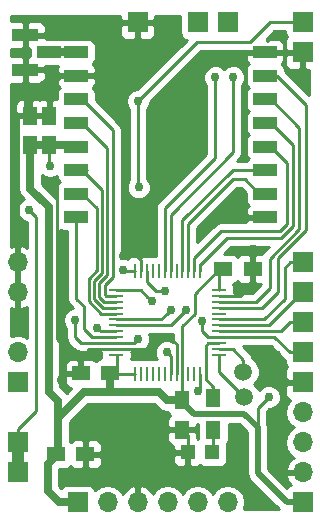
<source format=gtl>
G04 #@! TF.FileFunction,Copper,L1,Top,Signal*
%FSLAX46Y46*%
G04 Gerber Fmt 4.6, Leading zero omitted, Abs format (unit mm)*
G04 Created by KiCad (PCBNEW 4.0.6) date Monday, 07 August 2017 'PMt' 13:26:33*
%MOMM*%
%LPD*%
G01*
G04 APERTURE LIST*
%ADD10C,0.101600*%
%ADD11R,0.250000X1.300000*%
%ADD12R,1.300000X0.250000*%
%ADD13R,1.700000X1.700000*%
%ADD14O,1.700000X1.700000*%
%ADD15R,2.000000X1.000000*%
%ADD16R,1.500000X1.250000*%
%ADD17R,1.250000X1.500000*%
%ADD18R,1.300000X1.500000*%
%ADD19R,1.198880X1.198880*%
%ADD20R,2.200000X1.050000*%
%ADD21C,1.500000*%
%ADD22C,0.762000*%
%ADD23C,0.254000*%
%ADD24C,0.500000*%
%ADD25C,0.700000*%
%ADD26C,1.000000*%
G04 APERTURE END LIST*
D10*
D11*
X147110000Y-83090000D03*
X147610000Y-83090000D03*
X148110000Y-83090000D03*
X148610000Y-83090000D03*
X149110000Y-83090000D03*
X149610000Y-83090000D03*
X150110000Y-83090000D03*
X150610000Y-83090000D03*
X151110000Y-83090000D03*
X151610000Y-83090000D03*
X152110000Y-83090000D03*
X152610000Y-83090000D03*
D12*
X154210000Y-81490000D03*
X154210000Y-80990000D03*
X154210000Y-80490000D03*
X154210000Y-79990000D03*
X154210000Y-79490000D03*
X154210000Y-78990000D03*
X154210000Y-78490000D03*
X154210000Y-77990000D03*
X154210000Y-77490000D03*
X154210000Y-76990000D03*
X154210000Y-76490000D03*
X154210000Y-75990000D03*
D11*
X152610000Y-74390000D03*
X152110000Y-74390000D03*
X151610000Y-74390000D03*
X151110000Y-74390000D03*
X150610000Y-74390000D03*
X150110000Y-74390000D03*
X149610000Y-74390000D03*
X149110000Y-74390000D03*
X148610000Y-74390000D03*
X148110000Y-74390000D03*
X147610000Y-74390000D03*
X147110000Y-74390000D03*
D12*
X145510000Y-75990000D03*
X145510000Y-76490000D03*
X145510000Y-76990000D03*
X145510000Y-77490000D03*
X145510000Y-77990000D03*
X145510000Y-78490000D03*
X145510000Y-78990000D03*
X145510000Y-79490000D03*
X145510000Y-79990000D03*
X145510000Y-80490000D03*
X145510000Y-80990000D03*
X145510000Y-81490000D03*
D13*
X142240000Y-93980000D03*
D14*
X144780000Y-93980000D03*
X147320000Y-93980000D03*
X149860000Y-93980000D03*
X152400000Y-93980000D03*
X154940000Y-93980000D03*
D15*
X158115000Y-69850000D03*
X158115000Y-67850000D03*
X158115000Y-65850000D03*
X158115000Y-63850000D03*
X158115000Y-61850000D03*
X158115000Y-59850000D03*
X158115000Y-57850000D03*
X158115000Y-55850000D03*
X142115000Y-55850000D03*
X142115000Y-57850000D03*
X142115000Y-59850000D03*
X142115000Y-61850000D03*
X142115000Y-63850000D03*
X142115000Y-65850000D03*
X142115000Y-67850000D03*
X142115000Y-69850000D03*
D16*
X154550000Y-74200000D03*
X157050000Y-74200000D03*
X145014000Y-83058000D03*
X142514000Y-83058000D03*
D17*
X151100000Y-85325000D03*
X151100000Y-87825000D03*
D18*
X153725000Y-85175000D03*
X153725000Y-87875000D03*
D19*
X153649020Y-89750000D03*
X151550980Y-89750000D03*
D17*
X138176000Y-63734000D03*
X138176000Y-61234000D03*
X139827000Y-63734000D03*
X139827000Y-61234000D03*
D13*
X137160000Y-83820000D03*
D14*
X137160000Y-81280000D03*
D20*
X137795000Y-57355000D03*
X137795000Y-54405000D03*
D15*
X139827000Y-55880000D03*
D13*
X154940000Y-53340000D03*
X161290000Y-55880000D03*
X161290000Y-73660000D03*
X161290000Y-76200000D03*
X161290000Y-78740000D03*
X147320000Y-53340000D03*
D21*
X156275000Y-82950000D03*
X156300000Y-85050000D03*
D13*
X137160000Y-91440000D03*
D14*
X137160000Y-73660000D03*
D13*
X137160000Y-88900000D03*
D14*
X137160000Y-76200000D03*
D13*
X152400000Y-53340000D03*
D16*
X140400000Y-89900000D03*
X142900000Y-89900000D03*
D13*
X161290000Y-81280000D03*
X161290000Y-53340000D03*
X161290000Y-93980000D03*
D14*
X161290000Y-91440000D03*
X161290000Y-88900000D03*
X161290000Y-86360000D03*
D13*
X161290000Y-83820000D03*
D22*
X159150000Y-81475000D03*
X140300000Y-67600000D03*
X140825000Y-83575000D03*
X157099994Y-72500000D03*
X145499996Y-91000000D03*
X155800000Y-67800000D03*
X146050000Y-73152000D03*
X141224000Y-92202000D03*
X148524998Y-76925000D03*
X149600000Y-76050000D03*
X149775000Y-81225000D03*
X158400000Y-85075000D03*
X139900000Y-65500000D03*
X147400000Y-67300000D03*
X147350000Y-60000000D03*
X146050000Y-74300000D03*
X151450000Y-77650000D03*
X150150000Y-77650000D03*
X147350000Y-80175000D03*
X142000004Y-78525000D03*
X155400006Y-58000000D03*
X152450004Y-84550000D03*
X143900000Y-79200000D03*
X153900000Y-58000000D03*
X152800000Y-78600000D03*
X138100000Y-69200000D03*
D23*
X161290000Y-83820000D02*
X159930000Y-83820000D01*
X159930000Y-83820000D02*
X159700000Y-84050000D01*
X159700000Y-84050000D02*
X159700000Y-91425000D01*
X159700000Y-91425000D02*
X161275000Y-91425000D01*
X161275000Y-91425000D02*
X161290000Y-91440000D01*
X159150000Y-82784000D02*
X159150000Y-82013815D01*
X160186000Y-83820000D02*
X159150000Y-82784000D01*
X159150000Y-82013815D02*
X159150000Y-81475000D01*
X161290000Y-83820000D02*
X160186000Y-83820000D01*
X151100000Y-87825000D02*
X148674996Y-87825000D01*
X148674996Y-87825000D02*
X145499996Y-91000000D01*
X151550980Y-89750000D02*
X151550980Y-88275980D01*
X151550980Y-88275980D02*
X151100000Y-87825000D01*
X140480999Y-68319814D02*
X140300000Y-68138815D01*
X142514000Y-82179000D02*
X140480999Y-80145999D01*
X142514000Y-83058000D02*
X142514000Y-82179000D01*
X140480999Y-80145999D02*
X140480999Y-68319814D01*
X140300000Y-68138815D02*
X140300000Y-67600000D01*
X142514000Y-83058000D02*
X142514000Y-81711000D01*
X142514000Y-81711000D02*
X143235000Y-80990000D01*
X143235000Y-80990000D02*
X145510000Y-80990000D01*
X147320000Y-93980000D02*
X147320000Y-92545000D01*
X147320000Y-92545000D02*
X146977000Y-92202000D01*
X146977000Y-92202000D02*
X145542000Y-92202000D01*
X142115000Y-57850000D02*
X144125000Y-57850000D01*
X145000000Y-54075000D02*
X145735000Y-53340000D01*
X144125000Y-57850000D02*
X145000000Y-56975000D01*
X145000000Y-56975000D02*
X145000000Y-54075000D01*
X145735000Y-53340000D02*
X147320000Y-53340000D01*
X141205999Y-83194001D02*
X140825000Y-83575000D01*
X141342000Y-83058000D02*
X141205999Y-83194001D01*
X142514000Y-83058000D02*
X141342000Y-83058000D01*
X158115000Y-69850000D02*
X156650000Y-69850000D01*
X156650000Y-69850000D02*
X155800000Y-69000000D01*
X155800000Y-69000000D02*
X155800000Y-67800000D01*
X154210000Y-76490000D02*
X156010000Y-76490000D01*
X156010000Y-76490000D02*
X157099994Y-75400006D01*
X157099994Y-75400006D02*
X157099994Y-73038815D01*
X157099994Y-73038815D02*
X157099994Y-72500000D01*
X148850000Y-80200000D02*
X148060000Y-80990000D01*
X148060000Y-80990000D02*
X145510000Y-80990000D01*
X150225000Y-80200000D02*
X148850000Y-80200000D01*
X150610000Y-80585000D02*
X150225000Y-80200000D01*
X150610000Y-83090000D02*
X150610000Y-80585000D01*
X137160000Y-76200000D02*
X137150000Y-76190000D01*
X137150000Y-61244000D02*
X137140000Y-61234000D01*
X137150000Y-76190000D02*
X137150000Y-61244000D01*
X137140000Y-61234000D02*
X137668000Y-61234000D01*
X137668000Y-61234000D02*
X139446000Y-61234000D01*
X145542000Y-92202000D02*
X145499996Y-92159996D01*
X145499996Y-92159996D02*
X145499996Y-91538815D01*
X145499996Y-91538815D02*
X145499996Y-91000000D01*
X137795000Y-57355000D02*
X137795000Y-60853000D01*
X137795000Y-60853000D02*
X138176000Y-61234000D01*
X142115000Y-57850000D02*
X140861000Y-57850000D01*
X140861000Y-57850000D02*
X139827000Y-58884000D01*
X139827000Y-58884000D02*
X139827000Y-60230000D01*
X139827000Y-60230000D02*
X139827000Y-61234000D01*
X147276000Y-73152000D02*
X146588815Y-73152000D01*
X147610000Y-73486000D02*
X147276000Y-73152000D01*
X147610000Y-74390000D02*
X147610000Y-73486000D01*
X146588815Y-73152000D02*
X146050000Y-73152000D01*
X145542000Y-92202000D02*
X141224000Y-92202000D01*
X137795000Y-57355000D02*
X137795000Y-54405000D01*
X137668000Y-57482000D02*
X137795000Y-57355000D01*
X141826000Y-57850000D02*
X142115000Y-57850000D01*
X161290000Y-55880000D02*
X158145000Y-55880000D01*
X158145000Y-55880000D02*
X158115000Y-55850000D01*
X147589998Y-75990000D02*
X148143999Y-76544001D01*
X145510000Y-75990000D02*
X147589998Y-75990000D01*
X148143999Y-76544001D02*
X148524998Y-76925000D01*
X148110000Y-74390000D02*
X148110000Y-75294000D01*
X148110000Y-75294000D02*
X148866000Y-76050000D01*
X148866000Y-76050000D02*
X149061185Y-76050000D01*
X149061185Y-76050000D02*
X149600000Y-76050000D01*
X150110000Y-81560000D02*
X149775000Y-81225000D01*
X150110000Y-83090000D02*
X150110000Y-81560000D01*
X153725000Y-87875000D02*
X153725000Y-89674020D01*
X153725000Y-89674020D02*
X153649020Y-89750000D01*
X158019001Y-85455999D02*
X158400000Y-85075000D01*
X157480000Y-85995000D02*
X158019001Y-85455999D01*
X157480000Y-87630000D02*
X157480000Y-85995000D01*
X154210000Y-75990000D02*
X154210000Y-74540000D01*
X154210000Y-74540000D02*
X154550000Y-74200000D01*
X151110000Y-83090000D02*
X151110000Y-79042578D01*
X151110000Y-79042578D02*
X152161201Y-77991377D01*
X152161201Y-77991377D02*
X152161201Y-76313799D01*
X152161201Y-76313799D02*
X154053000Y-74422000D01*
X154053000Y-74422000D02*
X154577000Y-74422000D01*
D24*
X157480000Y-87630000D02*
X157480000Y-91520000D01*
X157480000Y-91520000D02*
X159940000Y-93980000D01*
X159940000Y-93980000D02*
X161290000Y-93980000D01*
X151100000Y-85325000D02*
X151100000Y-85450000D01*
X151100000Y-85450000D02*
X152100000Y-86450000D01*
X152100000Y-86450000D02*
X156300000Y-86450000D01*
X156300000Y-86450000D02*
X157480000Y-87630000D01*
D25*
X151100000Y-85325000D02*
X149775000Y-85325000D01*
X149775000Y-85325000D02*
X149109000Y-84659000D01*
X149109000Y-84659000D02*
X144738000Y-84659000D01*
D23*
X151100000Y-85325000D02*
X151100000Y-83100000D01*
X151100000Y-83100000D02*
X151110000Y-83090000D01*
X139827000Y-65427000D02*
X139900000Y-65500000D01*
X139827000Y-63734000D02*
X139827000Y-65427000D01*
D25*
X142240000Y-93980000D02*
X140690000Y-93980000D01*
X140690000Y-93980000D02*
X139700000Y-92990000D01*
X139700000Y-92990000D02*
X139700000Y-90700000D01*
X139700000Y-90700000D02*
X140600000Y-89800000D01*
X140600000Y-89800000D02*
X140600000Y-85400000D01*
X140600000Y-85400000D02*
X139800000Y-84600000D01*
X139800000Y-84600000D02*
X139800000Y-69000000D01*
X139800000Y-69000000D02*
X138200000Y-67400000D01*
X138200000Y-67400000D02*
X138200000Y-63758000D01*
X138200000Y-63758000D02*
X138176000Y-63734000D01*
X144738000Y-84659000D02*
X142741000Y-84659000D01*
X142741000Y-84659000D02*
X140600000Y-86800000D01*
D23*
X161290000Y-53340000D02*
X158530638Y-53340000D01*
X158530638Y-53340000D02*
X156870638Y-55000000D01*
X156870638Y-55000000D02*
X152350000Y-55000000D01*
X152350000Y-55000000D02*
X147350000Y-60000000D01*
D25*
X145014000Y-83058000D02*
X145014000Y-84383000D01*
X145014000Y-84383000D02*
X144738000Y-84659000D01*
D23*
X147350000Y-67250000D02*
X147400000Y-67300000D01*
X147350000Y-60000000D02*
X147350000Y-67250000D01*
X142115000Y-63850000D02*
X142615000Y-63850000D01*
X147110000Y-74390000D02*
X146140000Y-74390000D01*
X146140000Y-74390000D02*
X146050000Y-74300000D01*
X139827000Y-63734000D02*
X138176000Y-63734000D01*
D25*
X138176000Y-63734000D02*
X141999000Y-63734000D01*
X141999000Y-63734000D02*
X142115000Y-63850000D01*
X144780000Y-83167000D02*
X144889000Y-83058000D01*
X142240000Y-93671000D02*
X142240000Y-93980000D01*
D23*
X147110000Y-83090000D02*
X145046000Y-83090000D01*
X145046000Y-83090000D02*
X145014000Y-83058000D01*
X145014000Y-83058000D02*
X145161000Y-83058000D01*
X145161000Y-83058000D02*
X145542000Y-82677000D01*
X145542000Y-82677000D02*
X145542000Y-81522000D01*
X145542000Y-81522000D02*
X145510000Y-81490000D01*
D25*
X141615000Y-63850000D02*
X142115000Y-63850000D01*
X144889000Y-83058000D02*
X145014000Y-83058000D01*
D23*
X150110000Y-78990000D02*
X151069001Y-78030999D01*
X145510000Y-78990000D02*
X150110000Y-78990000D01*
X151069001Y-78030999D02*
X151450000Y-77650000D01*
X149310000Y-78490000D02*
X149769001Y-78030999D01*
X145510000Y-78490000D02*
X149310000Y-78490000D01*
X149769001Y-78030999D02*
X150150000Y-77650000D01*
X147350000Y-80175000D02*
X147035000Y-80490000D01*
X147035000Y-80490000D02*
X145510000Y-80490000D01*
X145510000Y-80490000D02*
X142490000Y-80490000D01*
X142490000Y-80490000D02*
X142000000Y-80000000D01*
X142000000Y-80000000D02*
X142000000Y-78525004D01*
X142000000Y-78525004D02*
X142000004Y-78525000D01*
D25*
X142115000Y-55850000D02*
X139857000Y-55850000D01*
X139857000Y-55850000D02*
X139827000Y-55880000D01*
D23*
X155114000Y-76990000D02*
X154210000Y-76990000D01*
X158615000Y-59850000D02*
X161000000Y-62235000D01*
X158115000Y-59850000D02*
X158615000Y-59850000D01*
X161000000Y-62235000D02*
X161000000Y-70850000D01*
X161000000Y-70850000D02*
X158496000Y-73354000D01*
X158496000Y-73354000D02*
X158496000Y-75819000D01*
X158496000Y-75819000D02*
X157325000Y-76990000D01*
X157325000Y-76990000D02*
X155114000Y-76990000D01*
X144347456Y-77490000D02*
X143615381Y-76757925D01*
X143615380Y-75222074D02*
X144307212Y-74530242D01*
X143615381Y-76757925D02*
X143615380Y-75222074D01*
X145510000Y-77490000D02*
X144347456Y-77490000D01*
X144307212Y-74530242D02*
X144307212Y-67542212D01*
X144307212Y-67542212D02*
X142615000Y-65850000D01*
X142615000Y-65850000D02*
X142115000Y-65850000D01*
X142115000Y-65850000D02*
X143066000Y-65850000D01*
X155400006Y-58538815D02*
X155400006Y-58000000D01*
X155400006Y-64346586D02*
X155400006Y-58538815D01*
X150110000Y-74390000D02*
X150110000Y-69636592D01*
X150110000Y-69636592D02*
X155400006Y-64346586D01*
X153100000Y-83546000D02*
X153100000Y-80696000D01*
X153100000Y-80696000D02*
X153306000Y-80490000D01*
X153306000Y-80490000D02*
X154210000Y-80490000D01*
X153725000Y-85175000D02*
X153725000Y-84171000D01*
X153725000Y-84171000D02*
X153100000Y-83546000D01*
X159453408Y-71600000D02*
X154875000Y-71600000D01*
X160457211Y-63692211D02*
X160457211Y-70596197D01*
X158615000Y-61850000D02*
X160457211Y-63692211D01*
X160457211Y-70596197D02*
X159453408Y-71600000D01*
X154875000Y-71600000D02*
X152610000Y-73865000D01*
X152610000Y-73865000D02*
X152610000Y-74390000D01*
X158115000Y-61850000D02*
X158615000Y-61850000D01*
X158115000Y-63850000D02*
X158615000Y-63850000D01*
X158615000Y-63850000D02*
X160000000Y-65235000D01*
X160000000Y-65235000D02*
X160000000Y-70400000D01*
X160000000Y-70400000D02*
X159400000Y-71000000D01*
X152110000Y-73303407D02*
X152110000Y-73486000D01*
X159400000Y-71000000D02*
X154413407Y-71000000D01*
X154413407Y-71000000D02*
X152110000Y-73303407D01*
X152110000Y-73486000D02*
X152110000Y-74390000D01*
X158115000Y-67850000D02*
X157615000Y-67850000D01*
X157615000Y-67850000D02*
X156365000Y-66600000D01*
X156365000Y-66600000D02*
X155400000Y-66600000D01*
X155400000Y-66600000D02*
X151610000Y-70390000D01*
X151610000Y-70390000D02*
X151610000Y-73486000D01*
X151610000Y-73486000D02*
X151610000Y-74390000D01*
X158115000Y-65850000D02*
X155350000Y-65850000D01*
X155350000Y-65850000D02*
X151110000Y-70090000D01*
X151110000Y-70090000D02*
X151110000Y-73486000D01*
X151110000Y-73486000D02*
X151110000Y-74390000D01*
X155114000Y-78490000D02*
X154210000Y-78490000D01*
X159757211Y-76742789D02*
X158010000Y-78490000D01*
X158010000Y-78490000D02*
X155114000Y-78490000D01*
X160186000Y-73660000D02*
X159757211Y-74088789D01*
X161290000Y-73660000D02*
X160186000Y-73660000D01*
X159757211Y-74088789D02*
X159757211Y-76742789D01*
X161290000Y-76200000D02*
X161200000Y-76200000D01*
X161200000Y-76200000D02*
X158410000Y-78990000D01*
X158410000Y-78990000D02*
X155114000Y-78990000D01*
X155114000Y-78990000D02*
X154210000Y-78990000D01*
X161290000Y-78740000D02*
X160186000Y-78740000D01*
X160186000Y-78740000D02*
X159436000Y-79490000D01*
X159436000Y-79490000D02*
X155114000Y-79490000D01*
X155114000Y-79490000D02*
X154210000Y-79490000D01*
X152610000Y-84390004D02*
X152450004Y-84550000D01*
X152610000Y-83090000D02*
X152610000Y-84390004D01*
X156275000Y-82950000D02*
X156275000Y-81889340D01*
X156275000Y-81889340D02*
X155375660Y-80990000D01*
X155375660Y-80990000D02*
X155114000Y-80990000D01*
X155114000Y-80990000D02*
X154210000Y-80990000D01*
X154210000Y-81490000D02*
X154210000Y-82960000D01*
X154210000Y-82960000D02*
X156300000Y-85050000D01*
X143900000Y-79200000D02*
X144190000Y-79490000D01*
X144190000Y-79490000D02*
X145510000Y-79490000D01*
X154210000Y-77490000D02*
X157860000Y-77490000D01*
X159200000Y-73296592D02*
X161550000Y-70946592D01*
X157860000Y-77490000D02*
X159200000Y-76150000D01*
X159200000Y-76150000D02*
X159200000Y-73296592D01*
X161550000Y-60300000D02*
X159100000Y-57850000D01*
X161550000Y-70946592D02*
X161550000Y-60300000D01*
X159100000Y-57850000D02*
X158115000Y-57850000D01*
X144529799Y-76379161D02*
X144640640Y-76490000D01*
X144529799Y-75600839D02*
X144529799Y-76379161D01*
X145221633Y-74909007D02*
X144529799Y-75600839D01*
X145221633Y-62456633D02*
X145221633Y-74909007D01*
X142615000Y-59850000D02*
X145221633Y-62456633D01*
X142115000Y-59850000D02*
X142615000Y-59850000D01*
X144640640Y-76490000D02*
X145510000Y-76490000D01*
X144764423Y-63999423D02*
X144764423Y-74719624D01*
X144764423Y-74719624D02*
X144072590Y-75411456D01*
X142615000Y-61850000D02*
X144764423Y-63999423D01*
X142115000Y-61850000D02*
X142615000Y-61850000D01*
X144072590Y-75411456D02*
X144072590Y-76568542D01*
X144072590Y-76568542D02*
X144494048Y-76990000D01*
X144494048Y-76990000D02*
X144606000Y-76990000D01*
X144606000Y-76990000D02*
X145510000Y-76990000D01*
X143850002Y-70209364D02*
X143850002Y-74340861D01*
X143158170Y-75032693D02*
X143158171Y-76947308D01*
X144200859Y-77990000D02*
X144606000Y-77990000D01*
X144606000Y-77990000D02*
X145510000Y-77990000D01*
X143850000Y-70209362D02*
X143850002Y-70209364D01*
X142615000Y-67850000D02*
X143850000Y-69085000D01*
X142115000Y-67850000D02*
X142615000Y-67850000D01*
X143850000Y-69085000D02*
X143850000Y-70209362D01*
X143850002Y-74340861D02*
X143158170Y-75032693D01*
X143158171Y-76947308D02*
X144200859Y-77990000D01*
X142115000Y-69850000D02*
X142115000Y-76715000D01*
X142115000Y-76715000D02*
X142750000Y-77350000D01*
X142750000Y-77350000D02*
X142750000Y-79275000D01*
X142750000Y-79275000D02*
X143465000Y-79990000D01*
X143465000Y-79990000D02*
X145510000Y-79990000D01*
X149610000Y-74390000D02*
X149610000Y-69090000D01*
X149610000Y-69090000D02*
X153900000Y-64800000D01*
X153900000Y-64800000D02*
X153900000Y-58000000D01*
X152800000Y-78600000D02*
X152800000Y-79484000D01*
X152800000Y-79484000D02*
X153306000Y-79990000D01*
X153306000Y-79990000D02*
X154210000Y-79990000D01*
X161290000Y-81280000D02*
X160186000Y-81280000D01*
X160186000Y-81280000D02*
X158896000Y-79990000D01*
X158896000Y-79990000D02*
X155114000Y-79990000D01*
X155114000Y-79990000D02*
X154210000Y-79990000D01*
X138700000Y-86256000D02*
X138700000Y-69800000D01*
X138700000Y-69800000D02*
X138100000Y-69200000D01*
X137160000Y-88900000D02*
X137160000Y-87796000D01*
X137160000Y-87796000D02*
X138700000Y-86256000D01*
D26*
X137160000Y-91440000D02*
X137160000Y-88900000D01*
D23*
G36*
X149078500Y-86021500D02*
X149398057Y-86235021D01*
X149775000Y-86310000D01*
X149871778Y-86310000D01*
X149871838Y-86310317D01*
X150010910Y-86526441D01*
X150079006Y-86572969D01*
X149936673Y-86715302D01*
X149840000Y-86948691D01*
X149840000Y-87539250D01*
X149998750Y-87698000D01*
X150973000Y-87698000D01*
X150973000Y-87678000D01*
X151227000Y-87678000D01*
X151227000Y-87698000D01*
X152201250Y-87698000D01*
X152360000Y-87539250D01*
X152360000Y-87335000D01*
X152427560Y-87335000D01*
X152427560Y-88578036D01*
X152360000Y-88550052D01*
X152360000Y-88110750D01*
X152201250Y-87952000D01*
X151227000Y-87952000D01*
X151227000Y-87972000D01*
X150973000Y-87972000D01*
X150973000Y-87952000D01*
X149998750Y-87952000D01*
X149840000Y-88110750D01*
X149840000Y-88701309D01*
X149936673Y-88934698D01*
X150115301Y-89113327D01*
X150316540Y-89196683D01*
X150316540Y-89464250D01*
X150475290Y-89623000D01*
X151423980Y-89623000D01*
X151423980Y-89603000D01*
X151677980Y-89603000D01*
X151677980Y-89623000D01*
X151697980Y-89623000D01*
X151697980Y-89877000D01*
X151677980Y-89877000D01*
X151677980Y-90825690D01*
X151836730Y-90984440D01*
X152276729Y-90984440D01*
X152510118Y-90887767D01*
X152592331Y-90805555D01*
X152797690Y-90945871D01*
X153049580Y-90996880D01*
X154248460Y-90996880D01*
X154483777Y-90952602D01*
X154699901Y-90813530D01*
X154844891Y-90601330D01*
X154895900Y-90349440D01*
X154895900Y-89150560D01*
X154871833Y-89022656D01*
X154971431Y-88876890D01*
X155022440Y-88625000D01*
X155022440Y-87335000D01*
X155933420Y-87335000D01*
X156595000Y-87996579D01*
X156595000Y-91519995D01*
X156594999Y-91520000D01*
X156650077Y-91796890D01*
X156662367Y-91858675D01*
X156760138Y-92005000D01*
X156854210Y-92145790D01*
X159248421Y-94540000D01*
X156319396Y-94540000D01*
X156425000Y-94009093D01*
X156425000Y-93950907D01*
X156311961Y-93382622D01*
X155990054Y-92900853D01*
X155508285Y-92578946D01*
X154940000Y-92465907D01*
X154371715Y-92578946D01*
X153889946Y-92900853D01*
X153670000Y-93230026D01*
X153450054Y-92900853D01*
X152968285Y-92578946D01*
X152400000Y-92465907D01*
X151831715Y-92578946D01*
X151349946Y-92900853D01*
X151130000Y-93230026D01*
X150910054Y-92900853D01*
X150428285Y-92578946D01*
X149860000Y-92465907D01*
X149291715Y-92578946D01*
X148809946Y-92900853D01*
X148582298Y-93241553D01*
X148515183Y-93098642D01*
X148086924Y-92708355D01*
X147676890Y-92538524D01*
X147447000Y-92659845D01*
X147447000Y-93853000D01*
X147467000Y-93853000D01*
X147467000Y-94107000D01*
X147447000Y-94107000D01*
X147447000Y-94127000D01*
X147193000Y-94127000D01*
X147193000Y-94107000D01*
X147173000Y-94107000D01*
X147173000Y-93853000D01*
X147193000Y-93853000D01*
X147193000Y-92659845D01*
X146963110Y-92538524D01*
X146553076Y-92708355D01*
X146124817Y-93098642D01*
X146057702Y-93241553D01*
X145830054Y-92900853D01*
X145348285Y-92578946D01*
X144780000Y-92465907D01*
X144211715Y-92578946D01*
X143729946Y-92900853D01*
X143702150Y-92942452D01*
X143693162Y-92894683D01*
X143554090Y-92678559D01*
X143341890Y-92533569D01*
X143090000Y-92482560D01*
X141390000Y-92482560D01*
X141154683Y-92526838D01*
X140938559Y-92665910D01*
X140869695Y-92766695D01*
X140685000Y-92582000D01*
X140685000Y-91172440D01*
X141150000Y-91172440D01*
X141385317Y-91128162D01*
X141601441Y-90989090D01*
X141647969Y-90920994D01*
X141790302Y-91063327D01*
X142023691Y-91160000D01*
X142614250Y-91160000D01*
X142773000Y-91001250D01*
X142773000Y-90027000D01*
X143027000Y-90027000D01*
X143027000Y-91001250D01*
X143185750Y-91160000D01*
X143776309Y-91160000D01*
X144009698Y-91063327D01*
X144188327Y-90884699D01*
X144285000Y-90651310D01*
X144285000Y-90185750D01*
X144135000Y-90035750D01*
X150316540Y-90035750D01*
X150316540Y-90475750D01*
X150413213Y-90709139D01*
X150591842Y-90887767D01*
X150825231Y-90984440D01*
X151265230Y-90984440D01*
X151423980Y-90825690D01*
X151423980Y-89877000D01*
X150475290Y-89877000D01*
X150316540Y-90035750D01*
X144135000Y-90035750D01*
X144126250Y-90027000D01*
X143027000Y-90027000D01*
X142773000Y-90027000D01*
X142753000Y-90027000D01*
X142753000Y-89773000D01*
X142773000Y-89773000D01*
X142773000Y-88798750D01*
X143027000Y-88798750D01*
X143027000Y-89773000D01*
X144126250Y-89773000D01*
X144285000Y-89614250D01*
X144285000Y-89148690D01*
X144188327Y-88915301D01*
X144009698Y-88736673D01*
X143776309Y-88640000D01*
X143185750Y-88640000D01*
X143027000Y-88798750D01*
X142773000Y-88798750D01*
X142614250Y-88640000D01*
X142023691Y-88640000D01*
X141790302Y-88736673D01*
X141649064Y-88877910D01*
X141614090Y-88823559D01*
X141585000Y-88803683D01*
X141585000Y-87208000D01*
X143149000Y-85644000D01*
X148701000Y-85644000D01*
X149078500Y-86021500D01*
X149078500Y-86021500D01*
G37*
X149078500Y-86021500D02*
X149398057Y-86235021D01*
X149775000Y-86310000D01*
X149871778Y-86310000D01*
X149871838Y-86310317D01*
X150010910Y-86526441D01*
X150079006Y-86572969D01*
X149936673Y-86715302D01*
X149840000Y-86948691D01*
X149840000Y-87539250D01*
X149998750Y-87698000D01*
X150973000Y-87698000D01*
X150973000Y-87678000D01*
X151227000Y-87678000D01*
X151227000Y-87698000D01*
X152201250Y-87698000D01*
X152360000Y-87539250D01*
X152360000Y-87335000D01*
X152427560Y-87335000D01*
X152427560Y-88578036D01*
X152360000Y-88550052D01*
X152360000Y-88110750D01*
X152201250Y-87952000D01*
X151227000Y-87952000D01*
X151227000Y-87972000D01*
X150973000Y-87972000D01*
X150973000Y-87952000D01*
X149998750Y-87952000D01*
X149840000Y-88110750D01*
X149840000Y-88701309D01*
X149936673Y-88934698D01*
X150115301Y-89113327D01*
X150316540Y-89196683D01*
X150316540Y-89464250D01*
X150475290Y-89623000D01*
X151423980Y-89623000D01*
X151423980Y-89603000D01*
X151677980Y-89603000D01*
X151677980Y-89623000D01*
X151697980Y-89623000D01*
X151697980Y-89877000D01*
X151677980Y-89877000D01*
X151677980Y-90825690D01*
X151836730Y-90984440D01*
X152276729Y-90984440D01*
X152510118Y-90887767D01*
X152592331Y-90805555D01*
X152797690Y-90945871D01*
X153049580Y-90996880D01*
X154248460Y-90996880D01*
X154483777Y-90952602D01*
X154699901Y-90813530D01*
X154844891Y-90601330D01*
X154895900Y-90349440D01*
X154895900Y-89150560D01*
X154871833Y-89022656D01*
X154971431Y-88876890D01*
X155022440Y-88625000D01*
X155022440Y-87335000D01*
X155933420Y-87335000D01*
X156595000Y-87996579D01*
X156595000Y-91519995D01*
X156594999Y-91520000D01*
X156650077Y-91796890D01*
X156662367Y-91858675D01*
X156760138Y-92005000D01*
X156854210Y-92145790D01*
X159248421Y-94540000D01*
X156319396Y-94540000D01*
X156425000Y-94009093D01*
X156425000Y-93950907D01*
X156311961Y-93382622D01*
X155990054Y-92900853D01*
X155508285Y-92578946D01*
X154940000Y-92465907D01*
X154371715Y-92578946D01*
X153889946Y-92900853D01*
X153670000Y-93230026D01*
X153450054Y-92900853D01*
X152968285Y-92578946D01*
X152400000Y-92465907D01*
X151831715Y-92578946D01*
X151349946Y-92900853D01*
X151130000Y-93230026D01*
X150910054Y-92900853D01*
X150428285Y-92578946D01*
X149860000Y-92465907D01*
X149291715Y-92578946D01*
X148809946Y-92900853D01*
X148582298Y-93241553D01*
X148515183Y-93098642D01*
X148086924Y-92708355D01*
X147676890Y-92538524D01*
X147447000Y-92659845D01*
X147447000Y-93853000D01*
X147467000Y-93853000D01*
X147467000Y-94107000D01*
X147447000Y-94107000D01*
X147447000Y-94127000D01*
X147193000Y-94127000D01*
X147193000Y-94107000D01*
X147173000Y-94107000D01*
X147173000Y-93853000D01*
X147193000Y-93853000D01*
X147193000Y-92659845D01*
X146963110Y-92538524D01*
X146553076Y-92708355D01*
X146124817Y-93098642D01*
X146057702Y-93241553D01*
X145830054Y-92900853D01*
X145348285Y-92578946D01*
X144780000Y-92465907D01*
X144211715Y-92578946D01*
X143729946Y-92900853D01*
X143702150Y-92942452D01*
X143693162Y-92894683D01*
X143554090Y-92678559D01*
X143341890Y-92533569D01*
X143090000Y-92482560D01*
X141390000Y-92482560D01*
X141154683Y-92526838D01*
X140938559Y-92665910D01*
X140869695Y-92766695D01*
X140685000Y-92582000D01*
X140685000Y-91172440D01*
X141150000Y-91172440D01*
X141385317Y-91128162D01*
X141601441Y-90989090D01*
X141647969Y-90920994D01*
X141790302Y-91063327D01*
X142023691Y-91160000D01*
X142614250Y-91160000D01*
X142773000Y-91001250D01*
X142773000Y-90027000D01*
X143027000Y-90027000D01*
X143027000Y-91001250D01*
X143185750Y-91160000D01*
X143776309Y-91160000D01*
X144009698Y-91063327D01*
X144188327Y-90884699D01*
X144285000Y-90651310D01*
X144285000Y-90185750D01*
X144135000Y-90035750D01*
X150316540Y-90035750D01*
X150316540Y-90475750D01*
X150413213Y-90709139D01*
X150591842Y-90887767D01*
X150825231Y-90984440D01*
X151265230Y-90984440D01*
X151423980Y-90825690D01*
X151423980Y-89877000D01*
X150475290Y-89877000D01*
X150316540Y-90035750D01*
X144135000Y-90035750D01*
X144126250Y-90027000D01*
X143027000Y-90027000D01*
X142773000Y-90027000D01*
X142753000Y-90027000D01*
X142753000Y-89773000D01*
X142773000Y-89773000D01*
X142773000Y-88798750D01*
X143027000Y-88798750D01*
X143027000Y-89773000D01*
X144126250Y-89773000D01*
X144285000Y-89614250D01*
X144285000Y-89148690D01*
X144188327Y-88915301D01*
X144009698Y-88736673D01*
X143776309Y-88640000D01*
X143185750Y-88640000D01*
X143027000Y-88798750D01*
X142773000Y-88798750D01*
X142614250Y-88640000D01*
X142023691Y-88640000D01*
X141790302Y-88736673D01*
X141649064Y-88877910D01*
X141614090Y-88823559D01*
X141585000Y-88803683D01*
X141585000Y-87208000D01*
X143149000Y-85644000D01*
X148701000Y-85644000D01*
X149078500Y-86021500D01*
G36*
X159647184Y-81818815D02*
X159792560Y-81915952D01*
X159792560Y-82130000D01*
X159836838Y-82365317D01*
X159958144Y-82553831D01*
X159901673Y-82610302D01*
X159805000Y-82843691D01*
X159805000Y-83534250D01*
X159963750Y-83693000D01*
X161163000Y-83693000D01*
X161163000Y-83673000D01*
X161417000Y-83673000D01*
X161417000Y-83693000D01*
X161437000Y-83693000D01*
X161437000Y-83947000D01*
X161417000Y-83947000D01*
X161417000Y-83967000D01*
X161163000Y-83967000D01*
X161163000Y-83947000D01*
X159963750Y-83947000D01*
X159805000Y-84105750D01*
X159805000Y-84796309D01*
X159901673Y-85029698D01*
X160080301Y-85208327D01*
X160254777Y-85280597D01*
X160210853Y-85309946D01*
X159888946Y-85791715D01*
X159775907Y-86360000D01*
X159888946Y-86928285D01*
X160210853Y-87410054D01*
X160540026Y-87630000D01*
X160210853Y-87849946D01*
X159888946Y-88331715D01*
X159775907Y-88900000D01*
X159888946Y-89468285D01*
X160210853Y-89950054D01*
X160551553Y-90177702D01*
X160408642Y-90244817D01*
X160018355Y-90673076D01*
X159848524Y-91083110D01*
X159969845Y-91313000D01*
X161163000Y-91313000D01*
X161163000Y-91293000D01*
X161417000Y-91293000D01*
X161417000Y-91313000D01*
X161437000Y-91313000D01*
X161437000Y-91567000D01*
X161417000Y-91567000D01*
X161417000Y-91587000D01*
X161163000Y-91587000D01*
X161163000Y-91567000D01*
X159969845Y-91567000D01*
X159848524Y-91796890D01*
X160018355Y-92206924D01*
X160294501Y-92509937D01*
X160204683Y-92526838D01*
X159988559Y-92665910D01*
X159943474Y-92731894D01*
X158365000Y-91153420D01*
X158365000Y-87630005D01*
X158365001Y-87630000D01*
X158306321Y-87335001D01*
X158297633Y-87291325D01*
X158242000Y-87208064D01*
X158242000Y-86310630D01*
X158461576Y-86091054D01*
X158601208Y-86091176D01*
X158974766Y-85936825D01*
X159260821Y-85651269D01*
X159415824Y-85277982D01*
X159416176Y-84873792D01*
X159261825Y-84500234D01*
X158976269Y-84214179D01*
X158602982Y-84059176D01*
X158198792Y-84058824D01*
X157825234Y-84213175D01*
X157561561Y-84476388D01*
X157474831Y-84266485D01*
X157196209Y-83987377D01*
X157448461Y-83735564D01*
X157659759Y-83226702D01*
X157660240Y-82675715D01*
X157449831Y-82166485D01*
X157060564Y-81776539D01*
X157010421Y-81755718D01*
X156978996Y-81597735D01*
X156813815Y-81350525D01*
X156215290Y-80752000D01*
X158580370Y-80752000D01*
X159647184Y-81818815D01*
X159647184Y-81818815D01*
G37*
X159647184Y-81818815D02*
X159792560Y-81915952D01*
X159792560Y-82130000D01*
X159836838Y-82365317D01*
X159958144Y-82553831D01*
X159901673Y-82610302D01*
X159805000Y-82843691D01*
X159805000Y-83534250D01*
X159963750Y-83693000D01*
X161163000Y-83693000D01*
X161163000Y-83673000D01*
X161417000Y-83673000D01*
X161417000Y-83693000D01*
X161437000Y-83693000D01*
X161437000Y-83947000D01*
X161417000Y-83947000D01*
X161417000Y-83967000D01*
X161163000Y-83967000D01*
X161163000Y-83947000D01*
X159963750Y-83947000D01*
X159805000Y-84105750D01*
X159805000Y-84796309D01*
X159901673Y-85029698D01*
X160080301Y-85208327D01*
X160254777Y-85280597D01*
X160210853Y-85309946D01*
X159888946Y-85791715D01*
X159775907Y-86360000D01*
X159888946Y-86928285D01*
X160210853Y-87410054D01*
X160540026Y-87630000D01*
X160210853Y-87849946D01*
X159888946Y-88331715D01*
X159775907Y-88900000D01*
X159888946Y-89468285D01*
X160210853Y-89950054D01*
X160551553Y-90177702D01*
X160408642Y-90244817D01*
X160018355Y-90673076D01*
X159848524Y-91083110D01*
X159969845Y-91313000D01*
X161163000Y-91313000D01*
X161163000Y-91293000D01*
X161417000Y-91293000D01*
X161417000Y-91313000D01*
X161437000Y-91313000D01*
X161437000Y-91567000D01*
X161417000Y-91567000D01*
X161417000Y-91587000D01*
X161163000Y-91587000D01*
X161163000Y-91567000D01*
X159969845Y-91567000D01*
X159848524Y-91796890D01*
X160018355Y-92206924D01*
X160294501Y-92509937D01*
X160204683Y-92526838D01*
X159988559Y-92665910D01*
X159943474Y-92731894D01*
X158365000Y-91153420D01*
X158365000Y-87630005D01*
X158365001Y-87630000D01*
X158306321Y-87335001D01*
X158297633Y-87291325D01*
X158242000Y-87208064D01*
X158242000Y-86310630D01*
X158461576Y-86091054D01*
X158601208Y-86091176D01*
X158974766Y-85936825D01*
X159260821Y-85651269D01*
X159415824Y-85277982D01*
X159416176Y-84873792D01*
X159261825Y-84500234D01*
X158976269Y-84214179D01*
X158602982Y-84059176D01*
X158198792Y-84058824D01*
X157825234Y-84213175D01*
X157561561Y-84476388D01*
X157474831Y-84266485D01*
X157196209Y-83987377D01*
X157448461Y-83735564D01*
X157659759Y-83226702D01*
X157660240Y-82675715D01*
X157449831Y-82166485D01*
X157060564Y-81776539D01*
X157010421Y-81755718D01*
X156978996Y-81597735D01*
X156813815Y-81350525D01*
X156215290Y-80752000D01*
X158580370Y-80752000D01*
X159647184Y-81818815D01*
G36*
X140863110Y-70946431D02*
X141115000Y-70997440D01*
X141353000Y-70997440D01*
X141353000Y-76715000D01*
X141411004Y-77006605D01*
X141539155Y-77198396D01*
X141576185Y-77253815D01*
X141831222Y-77508852D01*
X141798796Y-77508824D01*
X141425238Y-77663175D01*
X141139183Y-77948731D01*
X140984180Y-78322018D01*
X140983828Y-78726208D01*
X141138179Y-79099766D01*
X141238000Y-79199761D01*
X141238000Y-80000000D01*
X141296004Y-80291605D01*
X141410528Y-80463001D01*
X141461185Y-80538815D01*
X141951185Y-81028816D01*
X142098638Y-81127340D01*
X142198395Y-81193996D01*
X142490000Y-81252000D01*
X144229428Y-81252000D01*
X144233468Y-81261753D01*
X144212560Y-81365000D01*
X144212560Y-81615000D01*
X144245315Y-81789076D01*
X144028683Y-81829838D01*
X143812559Y-81968910D01*
X143766031Y-82037006D01*
X143623698Y-81894673D01*
X143390309Y-81798000D01*
X142799750Y-81798000D01*
X142641000Y-81956750D01*
X142641000Y-82931000D01*
X142661000Y-82931000D01*
X142661000Y-83185000D01*
X142641000Y-83185000D01*
X142641000Y-83205000D01*
X142387000Y-83205000D01*
X142387000Y-83185000D01*
X141287750Y-83185000D01*
X141129000Y-83343750D01*
X141129000Y-83809310D01*
X141225673Y-84042699D01*
X141404302Y-84221327D01*
X141637691Y-84318000D01*
X141689000Y-84318000D01*
X141299304Y-84707696D01*
X141296500Y-84703500D01*
X140785000Y-84192000D01*
X140785000Y-82306690D01*
X141129000Y-82306690D01*
X141129000Y-82772250D01*
X141287750Y-82931000D01*
X142387000Y-82931000D01*
X142387000Y-81956750D01*
X142228250Y-81798000D01*
X141637691Y-81798000D01*
X141404302Y-81894673D01*
X141225673Y-82073301D01*
X141129000Y-82306690D01*
X140785000Y-82306690D01*
X140785000Y-70893061D01*
X140863110Y-70946431D01*
X140863110Y-70946431D01*
G37*
X140863110Y-70946431D02*
X141115000Y-70997440D01*
X141353000Y-70997440D01*
X141353000Y-76715000D01*
X141411004Y-77006605D01*
X141539155Y-77198396D01*
X141576185Y-77253815D01*
X141831222Y-77508852D01*
X141798796Y-77508824D01*
X141425238Y-77663175D01*
X141139183Y-77948731D01*
X140984180Y-78322018D01*
X140983828Y-78726208D01*
X141138179Y-79099766D01*
X141238000Y-79199761D01*
X141238000Y-80000000D01*
X141296004Y-80291605D01*
X141410528Y-80463001D01*
X141461185Y-80538815D01*
X141951185Y-81028816D01*
X142098638Y-81127340D01*
X142198395Y-81193996D01*
X142490000Y-81252000D01*
X144229428Y-81252000D01*
X144233468Y-81261753D01*
X144212560Y-81365000D01*
X144212560Y-81615000D01*
X144245315Y-81789076D01*
X144028683Y-81829838D01*
X143812559Y-81968910D01*
X143766031Y-82037006D01*
X143623698Y-81894673D01*
X143390309Y-81798000D01*
X142799750Y-81798000D01*
X142641000Y-81956750D01*
X142641000Y-82931000D01*
X142661000Y-82931000D01*
X142661000Y-83185000D01*
X142641000Y-83185000D01*
X142641000Y-83205000D01*
X142387000Y-83205000D01*
X142387000Y-83185000D01*
X141287750Y-83185000D01*
X141129000Y-83343750D01*
X141129000Y-83809310D01*
X141225673Y-84042699D01*
X141404302Y-84221327D01*
X141637691Y-84318000D01*
X141689000Y-84318000D01*
X141299304Y-84707696D01*
X141296500Y-84703500D01*
X140785000Y-84192000D01*
X140785000Y-82306690D01*
X141129000Y-82306690D01*
X141129000Y-82772250D01*
X141287750Y-82931000D01*
X142387000Y-82931000D01*
X142387000Y-81956750D01*
X142228250Y-81798000D01*
X141637691Y-81798000D01*
X141404302Y-81894673D01*
X141225673Y-82073301D01*
X141129000Y-82306690D01*
X140785000Y-82306690D01*
X140785000Y-70893061D01*
X140863110Y-70946431D01*
G36*
X150348000Y-80362822D02*
X149977982Y-80209176D01*
X149573792Y-80208824D01*
X149200234Y-80363175D01*
X148914179Y-80648731D01*
X148759176Y-81022018D01*
X148758824Y-81426208D01*
X148913175Y-81799766D01*
X148918477Y-81805077D01*
X148855411Y-81816944D01*
X148735000Y-81792560D01*
X148485000Y-81792560D01*
X148355411Y-81816944D01*
X148235000Y-81792560D01*
X147985000Y-81792560D01*
X147855411Y-81816944D01*
X147735000Y-81792560D01*
X147485000Y-81792560D01*
X147355411Y-81816944D01*
X147235000Y-81792560D01*
X146985000Y-81792560D01*
X146763025Y-81834328D01*
X146807440Y-81615000D01*
X146807440Y-81365000D01*
X146787550Y-81259295D01*
X146790572Y-81252000D01*
X147035000Y-81252000D01*
X147326605Y-81193996D01*
X147331112Y-81190984D01*
X147551208Y-81191176D01*
X147924766Y-81036825D01*
X148210821Y-80751269D01*
X148365824Y-80377982D01*
X148366176Y-79973792D01*
X148274533Y-79752000D01*
X150110000Y-79752000D01*
X150348000Y-79704659D01*
X150348000Y-80362822D01*
X150348000Y-80362822D01*
G37*
X150348000Y-80362822D02*
X149977982Y-80209176D01*
X149573792Y-80208824D01*
X149200234Y-80363175D01*
X148914179Y-80648731D01*
X148759176Y-81022018D01*
X148758824Y-81426208D01*
X148913175Y-81799766D01*
X148918477Y-81805077D01*
X148855411Y-81816944D01*
X148735000Y-81792560D01*
X148485000Y-81792560D01*
X148355411Y-81816944D01*
X148235000Y-81792560D01*
X147985000Y-81792560D01*
X147855411Y-81816944D01*
X147735000Y-81792560D01*
X147485000Y-81792560D01*
X147355411Y-81816944D01*
X147235000Y-81792560D01*
X146985000Y-81792560D01*
X146763025Y-81834328D01*
X146807440Y-81615000D01*
X146807440Y-81365000D01*
X146787550Y-81259295D01*
X146790572Y-81252000D01*
X147035000Y-81252000D01*
X147326605Y-81193996D01*
X147331112Y-81190984D01*
X147551208Y-81191176D01*
X147924766Y-81036825D01*
X148210821Y-80751269D01*
X148365824Y-80377982D01*
X148366176Y-79973792D01*
X148274533Y-79752000D01*
X150110000Y-79752000D01*
X150348000Y-79704659D01*
X150348000Y-80362822D01*
G36*
X145835000Y-53054250D02*
X145993750Y-53213000D01*
X147193000Y-53213000D01*
X147193000Y-53193000D01*
X147447000Y-53193000D01*
X147447000Y-53213000D01*
X148646250Y-53213000D01*
X148805000Y-53054250D01*
X148805000Y-52780000D01*
X150902560Y-52780000D01*
X150902560Y-54190000D01*
X150946838Y-54425317D01*
X151085910Y-54641441D01*
X151298110Y-54786431D01*
X151454307Y-54818062D01*
X147288424Y-58983946D01*
X147148792Y-58983824D01*
X146775234Y-59138175D01*
X146489179Y-59423731D01*
X146334176Y-59797018D01*
X146333824Y-60201208D01*
X146488175Y-60574766D01*
X146588000Y-60674765D01*
X146588000Y-66674995D01*
X146539179Y-66723731D01*
X146384176Y-67097018D01*
X146383824Y-67501208D01*
X146538175Y-67874766D01*
X146823731Y-68160821D01*
X147197018Y-68315824D01*
X147601208Y-68316176D01*
X147974766Y-68161825D01*
X148260821Y-67876269D01*
X148415824Y-67502982D01*
X148416176Y-67098792D01*
X148261825Y-66725234D01*
X148112000Y-66575147D01*
X148112000Y-60674918D01*
X148210821Y-60576269D01*
X148365824Y-60202982D01*
X148365947Y-60061683D01*
X152665631Y-55762000D01*
X156870638Y-55762000D01*
X157066704Y-55723000D01*
X157988000Y-55723000D01*
X157988000Y-55703000D01*
X158242000Y-55703000D01*
X158242000Y-55723000D01*
X159591250Y-55723000D01*
X159750000Y-55564250D01*
X159750000Y-55223690D01*
X159653327Y-54990301D01*
X159474698Y-54811673D01*
X159241309Y-54715000D01*
X158400750Y-54715000D01*
X158242002Y-54873748D01*
X158242002Y-54715000D01*
X158233268Y-54715000D01*
X158846269Y-54102000D01*
X159792560Y-54102000D01*
X159792560Y-54190000D01*
X159836838Y-54425317D01*
X159958143Y-54613831D01*
X159901673Y-54670301D01*
X159805000Y-54903690D01*
X159805000Y-55594250D01*
X159963750Y-55753000D01*
X161163000Y-55753000D01*
X161163000Y-55733000D01*
X161417000Y-55733000D01*
X161417000Y-55753000D01*
X161437000Y-55753000D01*
X161437000Y-56007000D01*
X161417000Y-56007000D01*
X161417000Y-57206250D01*
X161575750Y-57365000D01*
X161850000Y-57365000D01*
X161850000Y-59522369D01*
X159762440Y-57434810D01*
X159762440Y-57350000D01*
X159718162Y-57114683D01*
X159579090Y-56898559D01*
X159510994Y-56852031D01*
X159653327Y-56709699D01*
X159750000Y-56476310D01*
X159750000Y-56165750D01*
X159805000Y-56165750D01*
X159805000Y-56856310D01*
X159901673Y-57089699D01*
X160080302Y-57268327D01*
X160313691Y-57365000D01*
X161004250Y-57365000D01*
X161163000Y-57206250D01*
X161163000Y-56007000D01*
X159963750Y-56007000D01*
X159805000Y-56165750D01*
X159750000Y-56165750D01*
X159750000Y-56135750D01*
X159591250Y-55977000D01*
X158242000Y-55977000D01*
X158242000Y-55997000D01*
X157988000Y-55997000D01*
X157988000Y-55977000D01*
X156638750Y-55977000D01*
X156480000Y-56135750D01*
X156480000Y-56476310D01*
X156576673Y-56709699D01*
X156717911Y-56850936D01*
X156663559Y-56885910D01*
X156518569Y-57098110D01*
X156467560Y-57350000D01*
X156467560Y-58350000D01*
X156511838Y-58585317D01*
X156650910Y-58801441D01*
X156720711Y-58849134D01*
X156663559Y-58885910D01*
X156518569Y-59098110D01*
X156467560Y-59350000D01*
X156467560Y-60350000D01*
X156511838Y-60585317D01*
X156650910Y-60801441D01*
X156720711Y-60849134D01*
X156663559Y-60885910D01*
X156518569Y-61098110D01*
X156467560Y-61350000D01*
X156467560Y-62350000D01*
X156511838Y-62585317D01*
X156650910Y-62801441D01*
X156720711Y-62849134D01*
X156663559Y-62885910D01*
X156518569Y-63098110D01*
X156467560Y-63350000D01*
X156467560Y-64350000D01*
X156511838Y-64585317D01*
X156650910Y-64801441D01*
X156720711Y-64849134D01*
X156663559Y-64885910D01*
X156525477Y-65088000D01*
X155736223Y-65088000D01*
X155938821Y-64885402D01*
X156104002Y-64638191D01*
X156120749Y-64553996D01*
X156162006Y-64346586D01*
X156162006Y-58674918D01*
X156260827Y-58576269D01*
X156415830Y-58202982D01*
X156416182Y-57798792D01*
X156261831Y-57425234D01*
X155976275Y-57139179D01*
X155602988Y-56984176D01*
X155198798Y-56983824D01*
X154825240Y-57138175D01*
X154649948Y-57313161D01*
X154476269Y-57139179D01*
X154102982Y-56984176D01*
X153698792Y-56983824D01*
X153325234Y-57138175D01*
X153039179Y-57423731D01*
X152884176Y-57797018D01*
X152883824Y-58201208D01*
X153038175Y-58574766D01*
X153138000Y-58674765D01*
X153138000Y-64484370D01*
X149071185Y-68551185D01*
X148906004Y-68798395D01*
X148848000Y-69090000D01*
X148848000Y-73115443D01*
X148735000Y-73092560D01*
X148485000Y-73092560D01*
X148355411Y-73116944D01*
X148235000Y-73092560D01*
X147985000Y-73092560D01*
X147879295Y-73112450D01*
X147861310Y-73105000D01*
X147831250Y-73105000D01*
X147810938Y-73125312D01*
X147749683Y-73136838D01*
X147609273Y-73227190D01*
X147486890Y-73143569D01*
X147412192Y-73128442D01*
X147388750Y-73105000D01*
X147358690Y-73105000D01*
X147338247Y-73113468D01*
X147235000Y-73092560D01*
X146985000Y-73092560D01*
X146749683Y-73136838D01*
X146533559Y-73275910D01*
X146467148Y-73373106D01*
X146252982Y-73284176D01*
X145983633Y-73283941D01*
X145983633Y-62456633D01*
X145925629Y-62165028D01*
X145859467Y-62066010D01*
X145760449Y-61917818D01*
X143762440Y-59919810D01*
X143762440Y-59350000D01*
X143718162Y-59114683D01*
X143579090Y-58898559D01*
X143510994Y-58852031D01*
X143653327Y-58709699D01*
X143750000Y-58476310D01*
X143750000Y-58135750D01*
X143591250Y-57977000D01*
X142242000Y-57977000D01*
X142242000Y-57997000D01*
X141988000Y-57997000D01*
X141988000Y-57977000D01*
X140638750Y-57977000D01*
X140480000Y-58135750D01*
X140480000Y-58476310D01*
X140576673Y-58709699D01*
X140717911Y-58850936D01*
X140663559Y-58885910D01*
X140518569Y-59098110D01*
X140467560Y-59350000D01*
X140467560Y-59849000D01*
X140112750Y-59849000D01*
X139954000Y-60007750D01*
X139954000Y-61107000D01*
X139974000Y-61107000D01*
X139974000Y-61361000D01*
X139954000Y-61361000D01*
X139954000Y-61381000D01*
X139700000Y-61381000D01*
X139700000Y-61361000D01*
X138303000Y-61361000D01*
X138303000Y-61381000D01*
X138049000Y-61381000D01*
X138049000Y-61361000D01*
X137074750Y-61361000D01*
X136916000Y-61519750D01*
X136916000Y-62110309D01*
X137012673Y-62343698D01*
X137153910Y-62484936D01*
X137099559Y-62519910D01*
X136954569Y-62732110D01*
X136903560Y-62984000D01*
X136903560Y-64484000D01*
X136947838Y-64719317D01*
X137086910Y-64935441D01*
X137215000Y-65022961D01*
X137215000Y-67400000D01*
X137289979Y-67776943D01*
X137503500Y-68096500D01*
X137680868Y-68273868D01*
X137525234Y-68338175D01*
X137239179Y-68623731D01*
X137084176Y-68997018D01*
X137083824Y-69401208D01*
X137238175Y-69774766D01*
X137523731Y-70060821D01*
X137897018Y-70215824D01*
X137938000Y-70215860D01*
X137938000Y-72416277D01*
X137516892Y-72218514D01*
X137287000Y-72339181D01*
X137287000Y-73533000D01*
X137307000Y-73533000D01*
X137307000Y-73787000D01*
X137287000Y-73787000D01*
X137287000Y-76073000D01*
X137307000Y-76073000D01*
X137307000Y-76327000D01*
X137287000Y-76327000D01*
X137287000Y-77520819D01*
X137516892Y-77641486D01*
X137938000Y-77443723D01*
X137938000Y-80028726D01*
X137757378Y-79908039D01*
X137189093Y-79795000D01*
X137130907Y-79795000D01*
X136600000Y-79900604D01*
X136600000Y-77546101D01*
X136803108Y-77641486D01*
X137033000Y-77520819D01*
X137033000Y-76327000D01*
X137013000Y-76327000D01*
X137013000Y-76073000D01*
X137033000Y-76073000D01*
X137033000Y-73787000D01*
X137013000Y-73787000D01*
X137013000Y-73533000D01*
X137033000Y-73533000D01*
X137033000Y-72339181D01*
X136803108Y-72218514D01*
X136600000Y-72313899D01*
X136600000Y-60357691D01*
X136916000Y-60357691D01*
X136916000Y-60948250D01*
X137074750Y-61107000D01*
X138049000Y-61107000D01*
X138049000Y-60007750D01*
X138303000Y-60007750D01*
X138303000Y-61107000D01*
X139700000Y-61107000D01*
X139700000Y-60007750D01*
X139541250Y-59849000D01*
X139075690Y-59849000D01*
X139001500Y-59879731D01*
X138927310Y-59849000D01*
X138461750Y-59849000D01*
X138303000Y-60007750D01*
X138049000Y-60007750D01*
X137890250Y-59849000D01*
X137424690Y-59849000D01*
X137191301Y-59945673D01*
X137012673Y-60124302D01*
X136916000Y-60357691D01*
X136600000Y-60357691D01*
X136600000Y-58515000D01*
X137509250Y-58515000D01*
X137668000Y-58356250D01*
X137668000Y-57482000D01*
X137922000Y-57482000D01*
X137922000Y-58356250D01*
X138080750Y-58515000D01*
X139021310Y-58515000D01*
X139254699Y-58418327D01*
X139433327Y-58239698D01*
X139530000Y-58006309D01*
X139530000Y-57640750D01*
X139371250Y-57482000D01*
X137922000Y-57482000D01*
X137668000Y-57482000D01*
X137648000Y-57482000D01*
X137648000Y-57228000D01*
X137668000Y-57228000D01*
X137668000Y-56353750D01*
X137509250Y-56195000D01*
X136600000Y-56195000D01*
X136600000Y-55565000D01*
X137509250Y-55565000D01*
X137668000Y-55406250D01*
X137668000Y-54532000D01*
X137922000Y-54532000D01*
X137922000Y-55406250D01*
X138080750Y-55565000D01*
X138179560Y-55565000D01*
X138179560Y-56195000D01*
X138080750Y-56195000D01*
X137922000Y-56353750D01*
X137922000Y-57228000D01*
X139371250Y-57228000D01*
X139530000Y-57069250D01*
X139530000Y-57027440D01*
X140561290Y-57027440D01*
X140480000Y-57223690D01*
X140480000Y-57564250D01*
X140638750Y-57723000D01*
X141988000Y-57723000D01*
X141988000Y-57703000D01*
X142242000Y-57703000D01*
X142242000Y-57723000D01*
X143591250Y-57723000D01*
X143750000Y-57564250D01*
X143750000Y-57223690D01*
X143653327Y-56990301D01*
X143512089Y-56849064D01*
X143566441Y-56814090D01*
X143711431Y-56601890D01*
X143762440Y-56350000D01*
X143762440Y-55350000D01*
X143718162Y-55114683D01*
X143579090Y-54898559D01*
X143366890Y-54753569D01*
X143115000Y-54702560D01*
X141115000Y-54702560D01*
X140888922Y-54745100D01*
X140827000Y-54732560D01*
X139530000Y-54732560D01*
X139530000Y-54690750D01*
X139371250Y-54532000D01*
X137922000Y-54532000D01*
X137668000Y-54532000D01*
X137648000Y-54532000D01*
X137648000Y-54278000D01*
X137668000Y-54278000D01*
X137668000Y-53403750D01*
X137922000Y-53403750D01*
X137922000Y-54278000D01*
X139371250Y-54278000D01*
X139530000Y-54119250D01*
X139530000Y-53753691D01*
X139477006Y-53625750D01*
X145835000Y-53625750D01*
X145835000Y-54316310D01*
X145931673Y-54549699D01*
X146110302Y-54728327D01*
X146343691Y-54825000D01*
X147034250Y-54825000D01*
X147193000Y-54666250D01*
X147193000Y-53467000D01*
X147447000Y-53467000D01*
X147447000Y-54666250D01*
X147605750Y-54825000D01*
X148296309Y-54825000D01*
X148529698Y-54728327D01*
X148708327Y-54549699D01*
X148805000Y-54316310D01*
X148805000Y-53625750D01*
X148646250Y-53467000D01*
X147447000Y-53467000D01*
X147193000Y-53467000D01*
X145993750Y-53467000D01*
X145835000Y-53625750D01*
X139477006Y-53625750D01*
X139433327Y-53520302D01*
X139254699Y-53341673D01*
X139021310Y-53245000D01*
X138080750Y-53245000D01*
X137922000Y-53403750D01*
X137668000Y-53403750D01*
X137509250Y-53245000D01*
X136600000Y-53245000D01*
X136600000Y-52780000D01*
X145835000Y-52780000D01*
X145835000Y-53054250D01*
X145835000Y-53054250D01*
G37*
X145835000Y-53054250D02*
X145993750Y-53213000D01*
X147193000Y-53213000D01*
X147193000Y-53193000D01*
X147447000Y-53193000D01*
X147447000Y-53213000D01*
X148646250Y-53213000D01*
X148805000Y-53054250D01*
X148805000Y-52780000D01*
X150902560Y-52780000D01*
X150902560Y-54190000D01*
X150946838Y-54425317D01*
X151085910Y-54641441D01*
X151298110Y-54786431D01*
X151454307Y-54818062D01*
X147288424Y-58983946D01*
X147148792Y-58983824D01*
X146775234Y-59138175D01*
X146489179Y-59423731D01*
X146334176Y-59797018D01*
X146333824Y-60201208D01*
X146488175Y-60574766D01*
X146588000Y-60674765D01*
X146588000Y-66674995D01*
X146539179Y-66723731D01*
X146384176Y-67097018D01*
X146383824Y-67501208D01*
X146538175Y-67874766D01*
X146823731Y-68160821D01*
X147197018Y-68315824D01*
X147601208Y-68316176D01*
X147974766Y-68161825D01*
X148260821Y-67876269D01*
X148415824Y-67502982D01*
X148416176Y-67098792D01*
X148261825Y-66725234D01*
X148112000Y-66575147D01*
X148112000Y-60674918D01*
X148210821Y-60576269D01*
X148365824Y-60202982D01*
X148365947Y-60061683D01*
X152665631Y-55762000D01*
X156870638Y-55762000D01*
X157066704Y-55723000D01*
X157988000Y-55723000D01*
X157988000Y-55703000D01*
X158242000Y-55703000D01*
X158242000Y-55723000D01*
X159591250Y-55723000D01*
X159750000Y-55564250D01*
X159750000Y-55223690D01*
X159653327Y-54990301D01*
X159474698Y-54811673D01*
X159241309Y-54715000D01*
X158400750Y-54715000D01*
X158242002Y-54873748D01*
X158242002Y-54715000D01*
X158233268Y-54715000D01*
X158846269Y-54102000D01*
X159792560Y-54102000D01*
X159792560Y-54190000D01*
X159836838Y-54425317D01*
X159958143Y-54613831D01*
X159901673Y-54670301D01*
X159805000Y-54903690D01*
X159805000Y-55594250D01*
X159963750Y-55753000D01*
X161163000Y-55753000D01*
X161163000Y-55733000D01*
X161417000Y-55733000D01*
X161417000Y-55753000D01*
X161437000Y-55753000D01*
X161437000Y-56007000D01*
X161417000Y-56007000D01*
X161417000Y-57206250D01*
X161575750Y-57365000D01*
X161850000Y-57365000D01*
X161850000Y-59522369D01*
X159762440Y-57434810D01*
X159762440Y-57350000D01*
X159718162Y-57114683D01*
X159579090Y-56898559D01*
X159510994Y-56852031D01*
X159653327Y-56709699D01*
X159750000Y-56476310D01*
X159750000Y-56165750D01*
X159805000Y-56165750D01*
X159805000Y-56856310D01*
X159901673Y-57089699D01*
X160080302Y-57268327D01*
X160313691Y-57365000D01*
X161004250Y-57365000D01*
X161163000Y-57206250D01*
X161163000Y-56007000D01*
X159963750Y-56007000D01*
X159805000Y-56165750D01*
X159750000Y-56165750D01*
X159750000Y-56135750D01*
X159591250Y-55977000D01*
X158242000Y-55977000D01*
X158242000Y-55997000D01*
X157988000Y-55997000D01*
X157988000Y-55977000D01*
X156638750Y-55977000D01*
X156480000Y-56135750D01*
X156480000Y-56476310D01*
X156576673Y-56709699D01*
X156717911Y-56850936D01*
X156663559Y-56885910D01*
X156518569Y-57098110D01*
X156467560Y-57350000D01*
X156467560Y-58350000D01*
X156511838Y-58585317D01*
X156650910Y-58801441D01*
X156720711Y-58849134D01*
X156663559Y-58885910D01*
X156518569Y-59098110D01*
X156467560Y-59350000D01*
X156467560Y-60350000D01*
X156511838Y-60585317D01*
X156650910Y-60801441D01*
X156720711Y-60849134D01*
X156663559Y-60885910D01*
X156518569Y-61098110D01*
X156467560Y-61350000D01*
X156467560Y-62350000D01*
X156511838Y-62585317D01*
X156650910Y-62801441D01*
X156720711Y-62849134D01*
X156663559Y-62885910D01*
X156518569Y-63098110D01*
X156467560Y-63350000D01*
X156467560Y-64350000D01*
X156511838Y-64585317D01*
X156650910Y-64801441D01*
X156720711Y-64849134D01*
X156663559Y-64885910D01*
X156525477Y-65088000D01*
X155736223Y-65088000D01*
X155938821Y-64885402D01*
X156104002Y-64638191D01*
X156120749Y-64553996D01*
X156162006Y-64346586D01*
X156162006Y-58674918D01*
X156260827Y-58576269D01*
X156415830Y-58202982D01*
X156416182Y-57798792D01*
X156261831Y-57425234D01*
X155976275Y-57139179D01*
X155602988Y-56984176D01*
X155198798Y-56983824D01*
X154825240Y-57138175D01*
X154649948Y-57313161D01*
X154476269Y-57139179D01*
X154102982Y-56984176D01*
X153698792Y-56983824D01*
X153325234Y-57138175D01*
X153039179Y-57423731D01*
X152884176Y-57797018D01*
X152883824Y-58201208D01*
X153038175Y-58574766D01*
X153138000Y-58674765D01*
X153138000Y-64484370D01*
X149071185Y-68551185D01*
X148906004Y-68798395D01*
X148848000Y-69090000D01*
X148848000Y-73115443D01*
X148735000Y-73092560D01*
X148485000Y-73092560D01*
X148355411Y-73116944D01*
X148235000Y-73092560D01*
X147985000Y-73092560D01*
X147879295Y-73112450D01*
X147861310Y-73105000D01*
X147831250Y-73105000D01*
X147810938Y-73125312D01*
X147749683Y-73136838D01*
X147609273Y-73227190D01*
X147486890Y-73143569D01*
X147412192Y-73128442D01*
X147388750Y-73105000D01*
X147358690Y-73105000D01*
X147338247Y-73113468D01*
X147235000Y-73092560D01*
X146985000Y-73092560D01*
X146749683Y-73136838D01*
X146533559Y-73275910D01*
X146467148Y-73373106D01*
X146252982Y-73284176D01*
X145983633Y-73283941D01*
X145983633Y-62456633D01*
X145925629Y-62165028D01*
X145859467Y-62066010D01*
X145760449Y-61917818D01*
X143762440Y-59919810D01*
X143762440Y-59350000D01*
X143718162Y-59114683D01*
X143579090Y-58898559D01*
X143510994Y-58852031D01*
X143653327Y-58709699D01*
X143750000Y-58476310D01*
X143750000Y-58135750D01*
X143591250Y-57977000D01*
X142242000Y-57977000D01*
X142242000Y-57997000D01*
X141988000Y-57997000D01*
X141988000Y-57977000D01*
X140638750Y-57977000D01*
X140480000Y-58135750D01*
X140480000Y-58476310D01*
X140576673Y-58709699D01*
X140717911Y-58850936D01*
X140663559Y-58885910D01*
X140518569Y-59098110D01*
X140467560Y-59350000D01*
X140467560Y-59849000D01*
X140112750Y-59849000D01*
X139954000Y-60007750D01*
X139954000Y-61107000D01*
X139974000Y-61107000D01*
X139974000Y-61361000D01*
X139954000Y-61361000D01*
X139954000Y-61381000D01*
X139700000Y-61381000D01*
X139700000Y-61361000D01*
X138303000Y-61361000D01*
X138303000Y-61381000D01*
X138049000Y-61381000D01*
X138049000Y-61361000D01*
X137074750Y-61361000D01*
X136916000Y-61519750D01*
X136916000Y-62110309D01*
X137012673Y-62343698D01*
X137153910Y-62484936D01*
X137099559Y-62519910D01*
X136954569Y-62732110D01*
X136903560Y-62984000D01*
X136903560Y-64484000D01*
X136947838Y-64719317D01*
X137086910Y-64935441D01*
X137215000Y-65022961D01*
X137215000Y-67400000D01*
X137289979Y-67776943D01*
X137503500Y-68096500D01*
X137680868Y-68273868D01*
X137525234Y-68338175D01*
X137239179Y-68623731D01*
X137084176Y-68997018D01*
X137083824Y-69401208D01*
X137238175Y-69774766D01*
X137523731Y-70060821D01*
X137897018Y-70215824D01*
X137938000Y-70215860D01*
X137938000Y-72416277D01*
X137516892Y-72218514D01*
X137287000Y-72339181D01*
X137287000Y-73533000D01*
X137307000Y-73533000D01*
X137307000Y-73787000D01*
X137287000Y-73787000D01*
X137287000Y-76073000D01*
X137307000Y-76073000D01*
X137307000Y-76327000D01*
X137287000Y-76327000D01*
X137287000Y-77520819D01*
X137516892Y-77641486D01*
X137938000Y-77443723D01*
X137938000Y-80028726D01*
X137757378Y-79908039D01*
X137189093Y-79795000D01*
X137130907Y-79795000D01*
X136600000Y-79900604D01*
X136600000Y-77546101D01*
X136803108Y-77641486D01*
X137033000Y-77520819D01*
X137033000Y-76327000D01*
X137013000Y-76327000D01*
X137013000Y-76073000D01*
X137033000Y-76073000D01*
X137033000Y-73787000D01*
X137013000Y-73787000D01*
X137013000Y-73533000D01*
X137033000Y-73533000D01*
X137033000Y-72339181D01*
X136803108Y-72218514D01*
X136600000Y-72313899D01*
X136600000Y-60357691D01*
X136916000Y-60357691D01*
X136916000Y-60948250D01*
X137074750Y-61107000D01*
X138049000Y-61107000D01*
X138049000Y-60007750D01*
X138303000Y-60007750D01*
X138303000Y-61107000D01*
X139700000Y-61107000D01*
X139700000Y-60007750D01*
X139541250Y-59849000D01*
X139075690Y-59849000D01*
X139001500Y-59879731D01*
X138927310Y-59849000D01*
X138461750Y-59849000D01*
X138303000Y-60007750D01*
X138049000Y-60007750D01*
X137890250Y-59849000D01*
X137424690Y-59849000D01*
X137191301Y-59945673D01*
X137012673Y-60124302D01*
X136916000Y-60357691D01*
X136600000Y-60357691D01*
X136600000Y-58515000D01*
X137509250Y-58515000D01*
X137668000Y-58356250D01*
X137668000Y-57482000D01*
X137922000Y-57482000D01*
X137922000Y-58356250D01*
X138080750Y-58515000D01*
X139021310Y-58515000D01*
X139254699Y-58418327D01*
X139433327Y-58239698D01*
X139530000Y-58006309D01*
X139530000Y-57640750D01*
X139371250Y-57482000D01*
X137922000Y-57482000D01*
X137668000Y-57482000D01*
X137648000Y-57482000D01*
X137648000Y-57228000D01*
X137668000Y-57228000D01*
X137668000Y-56353750D01*
X137509250Y-56195000D01*
X136600000Y-56195000D01*
X136600000Y-55565000D01*
X137509250Y-55565000D01*
X137668000Y-55406250D01*
X137668000Y-54532000D01*
X137922000Y-54532000D01*
X137922000Y-55406250D01*
X138080750Y-55565000D01*
X138179560Y-55565000D01*
X138179560Y-56195000D01*
X138080750Y-56195000D01*
X137922000Y-56353750D01*
X137922000Y-57228000D01*
X139371250Y-57228000D01*
X139530000Y-57069250D01*
X139530000Y-57027440D01*
X140561290Y-57027440D01*
X140480000Y-57223690D01*
X140480000Y-57564250D01*
X140638750Y-57723000D01*
X141988000Y-57723000D01*
X141988000Y-57703000D01*
X142242000Y-57703000D01*
X142242000Y-57723000D01*
X143591250Y-57723000D01*
X143750000Y-57564250D01*
X143750000Y-57223690D01*
X143653327Y-56990301D01*
X143512089Y-56849064D01*
X143566441Y-56814090D01*
X143711431Y-56601890D01*
X143762440Y-56350000D01*
X143762440Y-55350000D01*
X143718162Y-55114683D01*
X143579090Y-54898559D01*
X143366890Y-54753569D01*
X143115000Y-54702560D01*
X141115000Y-54702560D01*
X140888922Y-54745100D01*
X140827000Y-54732560D01*
X139530000Y-54732560D01*
X139530000Y-54690750D01*
X139371250Y-54532000D01*
X137922000Y-54532000D01*
X137668000Y-54532000D01*
X137648000Y-54532000D01*
X137648000Y-54278000D01*
X137668000Y-54278000D01*
X137668000Y-53403750D01*
X137922000Y-53403750D01*
X137922000Y-54278000D01*
X139371250Y-54278000D01*
X139530000Y-54119250D01*
X139530000Y-53753691D01*
X139477006Y-53625750D01*
X145835000Y-53625750D01*
X145835000Y-54316310D01*
X145931673Y-54549699D01*
X146110302Y-54728327D01*
X146343691Y-54825000D01*
X147034250Y-54825000D01*
X147193000Y-54666250D01*
X147193000Y-53467000D01*
X147447000Y-53467000D01*
X147447000Y-54666250D01*
X147605750Y-54825000D01*
X148296309Y-54825000D01*
X148529698Y-54728327D01*
X148708327Y-54549699D01*
X148805000Y-54316310D01*
X148805000Y-53625750D01*
X148646250Y-53467000D01*
X147447000Y-53467000D01*
X147193000Y-53467000D01*
X145993750Y-53467000D01*
X145835000Y-53625750D01*
X139477006Y-53625750D01*
X139433327Y-53520302D01*
X139254699Y-53341673D01*
X139021310Y-53245000D01*
X138080750Y-53245000D01*
X137922000Y-53403750D01*
X137668000Y-53403750D01*
X137509250Y-53245000D01*
X136600000Y-53245000D01*
X136600000Y-52780000D01*
X145835000Y-52780000D01*
X145835000Y-53054250D01*
G36*
X157957185Y-72815185D02*
X157873786Y-72940000D01*
X157335750Y-72940000D01*
X157177000Y-73098750D01*
X157177000Y-74073000D01*
X157197000Y-74073000D01*
X157197000Y-74327000D01*
X157177000Y-74327000D01*
X157177000Y-75301250D01*
X157335750Y-75460000D01*
X157734000Y-75460000D01*
X157734000Y-75503370D01*
X157009370Y-76228000D01*
X155490572Y-76228000D01*
X155486532Y-76218247D01*
X155507440Y-76115000D01*
X155507440Y-75865000D01*
X155463162Y-75629683D01*
X155355285Y-75462037D01*
X155535317Y-75428162D01*
X155751441Y-75289090D01*
X155797969Y-75220994D01*
X155940302Y-75363327D01*
X156173691Y-75460000D01*
X156764250Y-75460000D01*
X156923000Y-75301250D01*
X156923000Y-74327000D01*
X156903000Y-74327000D01*
X156903000Y-74073000D01*
X156923000Y-74073000D01*
X156923000Y-73098750D01*
X156764250Y-72940000D01*
X156173691Y-72940000D01*
X155940302Y-73036673D01*
X155799064Y-73177910D01*
X155764090Y-73123559D01*
X155551890Y-72978569D01*
X155300000Y-72927560D01*
X154625071Y-72927560D01*
X155190631Y-72362000D01*
X158410370Y-72362000D01*
X157957185Y-72815185D01*
X157957185Y-72815185D01*
G37*
X157957185Y-72815185D02*
X157873786Y-72940000D01*
X157335750Y-72940000D01*
X157177000Y-73098750D01*
X157177000Y-74073000D01*
X157197000Y-74073000D01*
X157197000Y-74327000D01*
X157177000Y-74327000D01*
X157177000Y-75301250D01*
X157335750Y-75460000D01*
X157734000Y-75460000D01*
X157734000Y-75503370D01*
X157009370Y-76228000D01*
X155490572Y-76228000D01*
X155486532Y-76218247D01*
X155507440Y-76115000D01*
X155507440Y-75865000D01*
X155463162Y-75629683D01*
X155355285Y-75462037D01*
X155535317Y-75428162D01*
X155751441Y-75289090D01*
X155797969Y-75220994D01*
X155940302Y-75363327D01*
X156173691Y-75460000D01*
X156764250Y-75460000D01*
X156923000Y-75301250D01*
X156923000Y-74327000D01*
X156903000Y-74327000D01*
X156903000Y-74073000D01*
X156923000Y-74073000D01*
X156923000Y-73098750D01*
X156764250Y-72940000D01*
X156173691Y-72940000D01*
X155940302Y-73036673D01*
X155799064Y-73177910D01*
X155764090Y-73123559D01*
X155551890Y-72978569D01*
X155300000Y-72927560D01*
X154625071Y-72927560D01*
X155190631Y-72362000D01*
X158410370Y-72362000D01*
X157957185Y-72815185D01*
G36*
X156467560Y-67780190D02*
X156467560Y-68350000D01*
X156511838Y-68585317D01*
X156650910Y-68801441D01*
X156719006Y-68847969D01*
X156576673Y-68990301D01*
X156480000Y-69223690D01*
X156480000Y-69564250D01*
X156638750Y-69723000D01*
X157988000Y-69723000D01*
X157988000Y-69703000D01*
X158242000Y-69703000D01*
X158242000Y-69723000D01*
X158262000Y-69723000D01*
X158262000Y-69977000D01*
X158242000Y-69977000D01*
X158242000Y-69997000D01*
X157988000Y-69997000D01*
X157988000Y-69977000D01*
X156638750Y-69977000D01*
X156480000Y-70135750D01*
X156480000Y-70238000D01*
X154413407Y-70238000D01*
X154121802Y-70296004D01*
X153874591Y-70461185D01*
X152372000Y-71963777D01*
X152372000Y-70705630D01*
X155715631Y-67362000D01*
X156049370Y-67362000D01*
X156467560Y-67780190D01*
X156467560Y-67780190D01*
G37*
X156467560Y-67780190D02*
X156467560Y-68350000D01*
X156511838Y-68585317D01*
X156650910Y-68801441D01*
X156719006Y-68847969D01*
X156576673Y-68990301D01*
X156480000Y-69223690D01*
X156480000Y-69564250D01*
X156638750Y-69723000D01*
X157988000Y-69723000D01*
X157988000Y-69703000D01*
X158242000Y-69703000D01*
X158242000Y-69723000D01*
X158262000Y-69723000D01*
X158262000Y-69977000D01*
X158242000Y-69977000D01*
X158242000Y-69997000D01*
X157988000Y-69997000D01*
X157988000Y-69977000D01*
X156638750Y-69977000D01*
X156480000Y-70135750D01*
X156480000Y-70238000D01*
X154413407Y-70238000D01*
X154121802Y-70296004D01*
X153874591Y-70461185D01*
X152372000Y-71963777D01*
X152372000Y-70705630D01*
X155715631Y-67362000D01*
X156049370Y-67362000D01*
X156467560Y-67780190D01*
G36*
X139323731Y-66360821D02*
X139697018Y-66515824D01*
X140101208Y-66516176D01*
X140470144Y-66363735D01*
X140511838Y-66585317D01*
X140650910Y-66801441D01*
X140720711Y-66849134D01*
X140663559Y-66885910D01*
X140518569Y-67098110D01*
X140467560Y-67350000D01*
X140467560Y-68274560D01*
X139185000Y-66992000D01*
X139185000Y-66221848D01*
X139323731Y-66360821D01*
X139323731Y-66360821D01*
G37*
X139323731Y-66360821D02*
X139697018Y-66515824D01*
X140101208Y-66516176D01*
X140470144Y-66363735D01*
X140511838Y-66585317D01*
X140650910Y-66801441D01*
X140720711Y-66849134D01*
X140663559Y-66885910D01*
X140518569Y-67098110D01*
X140467560Y-67350000D01*
X140467560Y-68274560D01*
X139185000Y-66992000D01*
X139185000Y-66221848D01*
X139323731Y-66360821D01*
M02*

</source>
